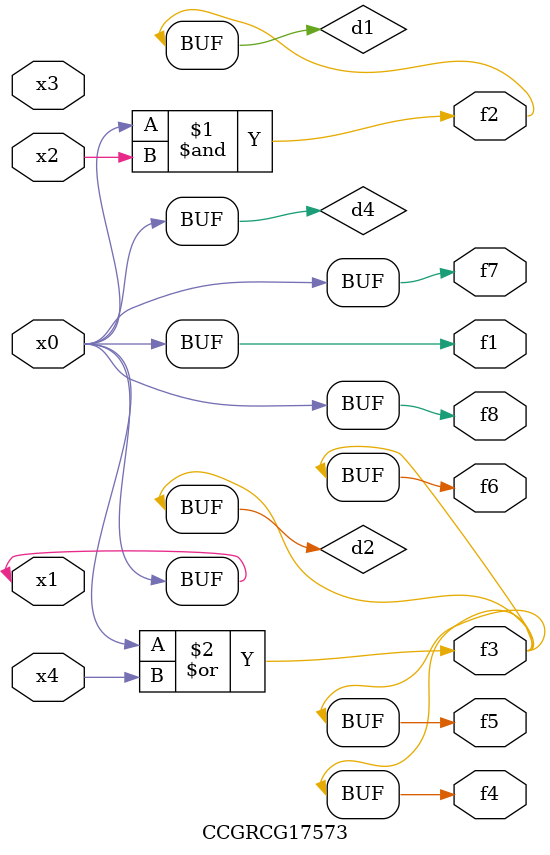
<source format=v>
module CCGRCG17573(
	input x0, x1, x2, x3, x4,
	output f1, f2, f3, f4, f5, f6, f7, f8
);

	wire d1, d2, d3, d4;

	and (d1, x0, x2);
	or (d2, x0, x4);
	nand (d3, x0, x2);
	buf (d4, x0, x1);
	assign f1 = d4;
	assign f2 = d1;
	assign f3 = d2;
	assign f4 = d2;
	assign f5 = d2;
	assign f6 = d2;
	assign f7 = d4;
	assign f8 = d4;
endmodule

</source>
